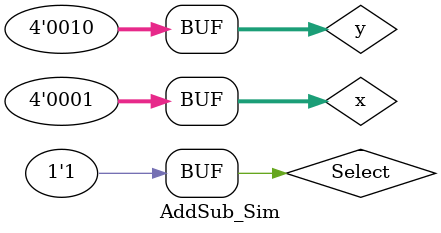
<source format=v>
`timescale 1ns / 1ps
module AddSub_Sim(
    );
    reg [3:0] x;
    reg [3:0] y;
    reg Select;
    wire [3:0] Result;
    wire Cout;

    AddSub uut(x, y, Select, Result, Cout);
    initial begin
	   Select = 0;
	   x[0] = 0; x[1] = 0; x[2] = 0; x[3] = 0;
	   y[0] = 1; y[1] = 0; y[2] = 0; y[3] = 0; #200; // 0 + 8 in array form
       Select = 0; x = 5; y = 9; #200;
       Select = 0; x = 7; y = 8; #200;
	   Select = 1; x = 1; y = 0; #200;
	   Select = 1; x = 9; y = 9; #200;
	   Select = 1; x = 1; y = 2; #200;
    end
endmodule
</source>
